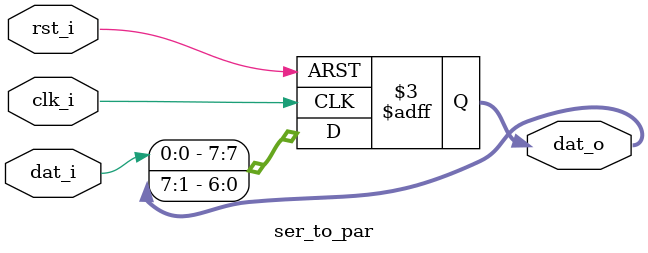
<source format=v>

module ser_to_par (
  input rst_i,
  input clk_i,
  input dat_i,
  output reg[7:0] dat_o
);

// Learning:
// Ugh, this is fucking stupid.
// if I send out directly at the rising clock edge,
// the output will violate setup and hold times???
//
always @(posedge clk_i or negedge rst_i) begin
  if (!rst_i) begin
    dat_o <= 8'b0;
  end else begin
    dat_o[7] <= dat_i;
    dat_o[6:0] <= dat_o[7:1];
  end
end

endmodule

</source>
